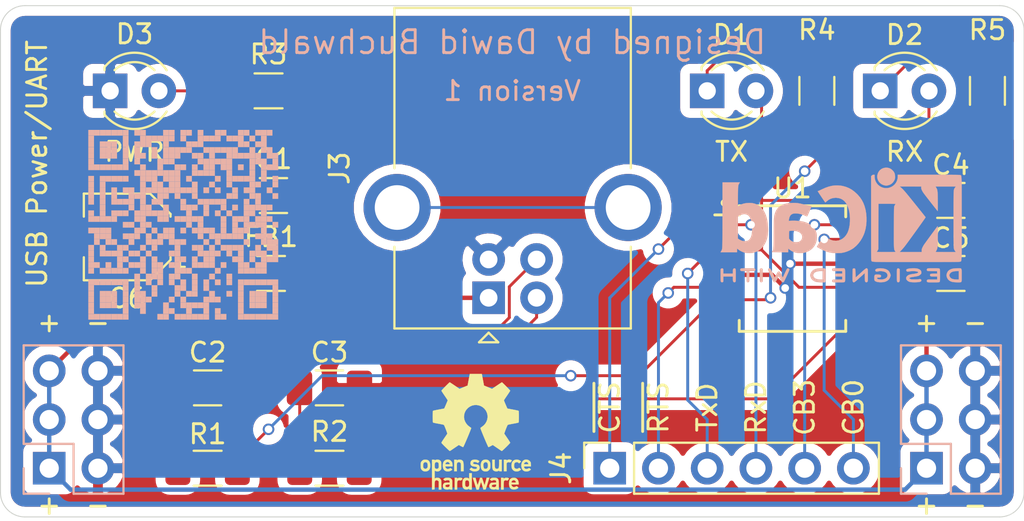
<source format=kicad_pcb>
(kicad_pcb (version 20171130) (host pcbnew "(5.1.10-0-10_14)")
  (layers (0 F.Cu signal) (31 B.Cu signal) (34 B.Paste user) (35 F.Paste user) (36 B.SilkS user) (37 F.SilkS user) (38 B.Mask user) (39 F.Mask user) (44 Edge.Cuts user))
  (net 0 "")
  (net 1 GND)
  (net 2 "Net-(C2-Pad1)")
  (net 3 "Net-(C3-Pad1)")
  (net 4 "Net-(C4-Pad1)")
  (net 5 VCC)
  (net 6 "Net-(D1-Pad1)")
  (net 7 "Net-(D2-Pad1)")
  (net 8 "Net-(J3-Pad5)")
  (net 9 CBUS0)
  (net 10 CBUS3)
  (net 11 TxD)
  (net 12 RxD)
  (net 13 ~CTS)
  (net 14 ~RTS)
  (net 15 USBD+)
  (net 16 USBD-)
  (net 17 ~TXLED)
  (net 18 ~RXLED)
  (net 19 "Net-(D3-Pad2)")
  (net 20 /vbus)
  (module Symbol:KiCad-Logo2_5mm_SilkScreen (layer B.Cu) (at 234.315 73.66 180)
    (fp_text reference REF** hide)
    (fp_text value KiCad-Logo2_5mm_SilkScreen hide)
  )
  (module kicad_simple:kicad-simple (layer B.Cu) (at 200.025 73.66)
    (fp_text reference QR***** hide)
    (fp_text value https://tinyurl.com/ghdbks hide)
  )
  (module Symbol:OSHW-Logo_5.7x6mm_SilkScreen (layer F.Cu) (at 215.265 84.455)
    (fp_text reference REF** hide)
    (fp_text value OSHW-Logo_5.7x6mm_SilkScreen hide)
  )
  (module Resistor_SMD:R_1206_3216Metric_Pad1.30x1.75mm_HandSolder (layer F.Cu) (at 204.47 66.675 180)
    (fp_text reference R3 (at 0 1.905) (layer F.SilkS))
    (fp_text value 470)
    (pad 2 smd roundrect (at 1.55 0 180) (size 1.3 1.75) (layers F.Cu F.Paste F.Mask) (roundrect_rratio 0.1923069230769231) (net 19 "Net-(D3-Pad2)"))
    (pad 1 smd roundrect (at -1.55 0 180) (size 1.3 1.75) (layers F.Cu F.Paste F.Mask) (roundrect_rratio 0.1923069230769231) (net 5 VCC))
  )
  (module LED_THT:LED_D3.0mm (layer F.Cu) (at 196.215 66.675)
    (fp_text reference D3 (at 1.27 -2.96) (layer F.SilkS))
    (fp_text value PWR)
    (pad 2 thru_hole circle (at 2.54 0) (size 1.8 1.8) (drill 0.9) (layers *.Cu *.Mask) (net 19 "Net-(D3-Pad2)"))
    (pad 1 thru_hole rect (at 0 0) (size 1.8 1.8) (drill 0.9) (layers *.Cu *.Mask) (net 1 GND))
  )
  (module Package_SO:SSOP-16_5.3x6.2mm_P0.65mm (layer F.Cu) (at 231.775 75.946)
    (fp_text reference U1 (at 0 -4.191) (layer F.SilkS))
    (fp_text value FT230XS)
    (pad 16 smd rect (at 3.45 -2.275) (size 1.2 0.4) (layers F.Cu F.Paste F.Mask) (net 10 CBUS3))
    (pad 15 smd rect (at 3.45 -1.625) (size 1.2 0.4) (layers F.Cu F.Paste F.Mask) (net 9 CBUS0))
    (pad 14 smd rect (at 3.45 -0.975) (size 1.2 0.4) (layers F.Cu F.Paste F.Mask) (net 18 ~RXLED))
    (pad 13 smd rect (at 3.45 -0.325) (size 1.2 0.4) (layers F.Cu F.Paste F.Mask) (net 1 GND))
    (pad 12 smd rect (at 3.45 0.325) (size 1.2 0.4) (layers F.Cu F.Paste F.Mask) (net 5 VCC))
    (pad 11 smd rect (at 3.45 0.975) (size 1.2 0.4) (layers F.Cu F.Paste F.Mask) (net 4 "Net-(C4-Pad1)"))
    (pad 10 smd rect (at 3.45 1.625) (size 1.2 0.4) (layers F.Cu F.Paste F.Mask) (net 4 "Net-(C4-Pad1)"))
    (pad 9 smd rect (at 3.45 2.275) (size 1.2 0.4) (layers F.Cu F.Paste F.Mask) (net 16 USBD-))
    (pad 8 smd rect (at -3.45 2.275) (size 1.2 0.4) (layers F.Cu F.Paste F.Mask) (net 15 USBD+))
    (pad 7 smd rect (at -3.45 1.625) (size 1.2 0.4) (layers F.Cu F.Paste F.Mask) (net 17 ~TXLED))
    (pad 6 smd rect (at -3.45 0.975) (size 1.2 0.4) (layers F.Cu F.Paste F.Mask) (net 13 ~CTS))
    (pad 5 smd rect (at -3.45 0.325) (size 1.2 0.4) (layers F.Cu F.Paste F.Mask) (net 1 GND))
    (pad 4 smd rect (at -3.45 -0.325) (size 1.2 0.4) (layers F.Cu F.Paste F.Mask) (net 12 RxD))
    (pad 3 smd rect (at -3.45 -0.975) (size 1.2 0.4) (layers F.Cu F.Paste F.Mask) (net 4 "Net-(C4-Pad1)"))
    (pad 2 smd rect (at -3.45 -1.625) (size 1.2 0.4) (layers F.Cu F.Paste F.Mask) (net 14 ~RTS))
    (pad 1 smd rect (at -3.45 -2.275) (size 1.2 0.4) (layers F.Cu F.Paste F.Mask) (net 11 TxD))
  )
  (module Resistor_SMD:R_1206_3216Metric_Pad1.30x1.75mm_HandSolder (layer F.Cu) (at 241.935 66.675 270)
    (fp_text reference R5 (at -3.175 0) (layer F.SilkS))
    (fp_text value 470)
    (pad 2 smd roundrect (at 1.55 0 270) (size 1.3 1.75) (layers F.Cu F.Paste F.Mask) (roundrect_rratio 0.1923069230769231) (net 18 ~RXLED))
    (pad 1 smd roundrect (at -1.55 0 270) (size 1.3 1.75) (layers F.Cu F.Paste F.Mask) (roundrect_rratio 0.1923069230769231) (net 7 "Net-(D2-Pad1)"))
  )
  (module Resistor_SMD:R_1206_3216Metric_Pad1.30x1.75mm_HandSolder (layer F.Cu) (at 233.045 66.675 270)
    (fp_text reference R4 (at -3.175 0) (layer F.SilkS))
    (fp_text value 470)
    (pad 2 smd roundrect (at 1.55 0 270) (size 1.3 1.75) (layers F.Cu F.Paste F.Mask) (roundrect_rratio 0.1923069230769231) (net 17 ~TXLED))
    (pad 1 smd roundrect (at -1.55 0 270) (size 1.3 1.75) (layers F.Cu F.Paste F.Mask) (roundrect_rratio 0.1923069230769231) (net 6 "Net-(D1-Pad1)"))
  )
  (module Resistor_SMD:R_1206_3216Metric_Pad1.30x1.75mm_HandSolder (layer F.Cu) (at 207.645 86.36 180)
    (fp_text reference R2 (at 0 1.905) (layer F.SilkS))
    (fp_text value 27)
    (pad 2 smd roundrect (at 1.55 0 180) (size 1.3 1.75) (layers F.Cu F.Paste F.Mask) (roundrect_rratio 0.1923069230769231) (net 3 "Net-(C3-Pad1)"))
    (pad 1 smd roundrect (at -1.55 0 180) (size 1.3 1.75) (layers F.Cu F.Paste F.Mask) (roundrect_rratio 0.1923069230769231) (net 16 USBD-))
  )
  (module Resistor_SMD:R_1206_3216Metric_Pad1.30x1.75mm_HandSolder (layer F.Cu) (at 201.295 86.36 180)
    (fp_text reference R1 (at 0 1.778) (layer F.SilkS))
    (fp_text value 27)
    (pad 2 smd roundrect (at 1.55 0 180) (size 1.3 1.75) (layers F.Cu F.Paste F.Mask) (roundrect_rratio 0.1923069230769231) (net 2 "Net-(C2-Pad1)"))
    (pad 1 smd roundrect (at -1.55 0 180) (size 1.3 1.75) (layers F.Cu F.Paste F.Mask) (roundrect_rratio 0.1923069230769231) (net 15 USBD+))
  )
  (module Connector_PinSocket_2.54mm:PinSocket_1x06_P2.54mm_Vertical (layer F.Cu) (at 222.25 86.36 90)
    (fp_text reference J4 (at 0 -2.54 270) (layer F.SilkS))
    (fp_text value UART)
    (pad 6 thru_hole oval (at 0 12.7 90) (size 1.7 1.7) (drill 1) (layers *.Cu *.Mask) (net 9 CBUS0))
    (pad 5 thru_hole oval (at 0 10.16 90) (size 1.7 1.7) (drill 1) (layers *.Cu *.Mask) (net 10 CBUS3))
    (pad 4 thru_hole oval (at 0 7.62 90) (size 1.7 1.7) (drill 1) (layers *.Cu *.Mask) (net 11 TxD))
    (pad 3 thru_hole oval (at 0 5.08 90) (size 1.7 1.7) (drill 1) (layers *.Cu *.Mask) (net 12 RxD))
    (pad 2 thru_hole oval (at 0 2.54 90) (size 1.7 1.7) (drill 1) (layers *.Cu *.Mask) (net 13 ~CTS))
    (pad 1 thru_hole rect (at 0 0 90) (size 1.7 1.7) (drill 1) (layers *.Cu *.Mask) (net 14 ~RTS))
  )
  (module Connector_USB:USB_B_OST_USB-B1HSxx_Horizontal (layer F.Cu) (at 215.94 77.47 90)
    (fp_text reference J3 (at 6.76 -7.77 90) (layer F.SilkS))
    (fp_text value USB_B)
    (pad 5 thru_hole circle (at 4.71 7.27 90) (size 3.5 3.5) (drill 2.33) (layers *.Cu *.Mask) (net 8 "Net-(J3-Pad5)"))
    (pad 5 thru_hole circle (at 4.71 -4.77 90) (size 3.5 3.5) (drill 2.33) (layers *.Cu *.Mask) (net 8 "Net-(J3-Pad5)"))
    (pad 4 thru_hole circle (at 2 0 90) (size 1.7 1.7) (drill 0.92) (layers *.Cu *.Mask) (net 1 GND))
    (pad 3 thru_hole circle (at 2 2.5 90) (size 1.7 1.7) (drill 0.92) (layers *.Cu *.Mask) (net 2 "Net-(C2-Pad1)"))
    (pad 2 thru_hole circle (at 0 2.5 90) (size 1.7 1.7) (drill 0.92) (layers *.Cu *.Mask) (net 3 "Net-(C3-Pad1)"))
    (pad 1 thru_hole rect (at 0 0 90) (size 1.7 1.7) (drill 0.92) (layers *.Cu *.Mask) (net 20 /vbus))
  )
  (module Connector_PinHeader_2.54mm:PinHeader_2x03_P2.54mm_Vertical (layer B.Cu) (at 238.76 86.36)
    (fp_text reference J2 hide)
    (fp_text value Mount2)
    (pad 6 thru_hole oval (at 2.54 -5.08) (size 1.7 1.7) (drill 1) (layers *.Cu *.Mask) (net 1 GND))
    (pad 5 thru_hole oval (at 0 -5.08) (size 1.7 1.7) (drill 1) (layers *.Cu *.Mask) (net 5 VCC))
    (pad 4 thru_hole oval (at 2.54 -2.54) (size 1.7 1.7) (drill 1) (layers *.Cu *.Mask) (net 1 GND))
    (pad 3 thru_hole oval (at 0 -2.54) (size 1.7 1.7) (drill 1) (layers *.Cu *.Mask) (net 5 VCC))
    (pad 2 thru_hole oval (at 2.54 0) (size 1.7 1.7) (drill 1) (layers *.Cu *.Mask) (net 1 GND))
    (pad 1 thru_hole rect (at 0 0) (size 1.7 1.7) (drill 1) (layers *.Cu *.Mask) (net 5 VCC))
  )
  (module Connector_PinHeader_2.54mm:PinHeader_2x03_P2.54mm_Vertical (layer B.Cu) (at 193.04 86.36)
    (fp_text reference J1 hide)
    (fp_text value Mount2)
    (pad 6 thru_hole oval (at 2.54 -5.08) (size 1.7 1.7) (drill 1) (layers *.Cu *.Mask) (net 1 GND))
    (pad 5 thru_hole oval (at 0 -5.08) (size 1.7 1.7) (drill 1) (layers *.Cu *.Mask) (net 5 VCC))
    (pad 4 thru_hole oval (at 2.54 -2.54) (size 1.7 1.7) (drill 1) (layers *.Cu *.Mask) (net 1 GND))
    (pad 3 thru_hole oval (at 0 -2.54) (size 1.7 1.7) (drill 1) (layers *.Cu *.Mask) (net 5 VCC))
    (pad 2 thru_hole oval (at 2.54 0) (size 1.7 1.7) (drill 1) (layers *.Cu *.Mask) (net 1 GND))
    (pad 1 thru_hole rect (at 0 0) (size 1.7 1.7) (drill 1) (layers *.Cu *.Mask) (net 5 VCC))
  )
  (module Resistor_SMD:R_1206_3216Metric_Pad1.30x1.75mm_HandSolder (layer F.Cu) (at 204.597 76.2)
    (fp_text reference FB1 (at 0 -1.905) (layer F.SilkS))
    (fp_text value FBS)
    (pad 2 smd roundrect (at 1.55 0) (size 1.3 1.75) (layers F.Cu F.Paste F.Mask) (roundrect_rratio 0.1923069230769231) (net 20 /vbus))
    (pad 1 smd roundrect (at -1.55 0) (size 1.3 1.75) (layers F.Cu F.Paste F.Mask) (roundrect_rratio 0.1923069230769231) (net 5 VCC))
  )
  (module LED_THT:LED_D3.0mm (layer F.Cu) (at 236.347 66.675)
    (fp_text reference D2 (at 1.27 -2.921 180) (layer F.SilkS))
    (fp_text value RX)
    (pad 2 thru_hole circle (at 2.54 0) (size 1.8 1.8) (drill 0.9) (layers *.Cu *.Mask) (net 4 "Net-(C4-Pad1)"))
    (pad 1 thru_hole rect (at 0 0) (size 1.8 1.8) (drill 0.9) (layers *.Cu *.Mask) (net 7 "Net-(D2-Pad1)"))
  )
  (module LED_THT:LED_D3.0mm (layer F.Cu) (at 227.33 66.675)
    (fp_text reference D1 (at 1.27 -2.921) (layer F.SilkS))
    (fp_text value TX)
    (pad 2 thru_hole circle (at 2.54 0) (size 1.8 1.8) (drill 0.9) (layers *.Cu *.Mask) (net 4 "Net-(C4-Pad1)"))
    (pad 1 thru_hole rect (at 0 0) (size 1.8 1.8) (drill 0.9) (layers *.Cu *.Mask) (net 6 "Net-(D1-Pad1)"))
  )
  (module Capacitor_SMD:CP_Elec_4x5.8 (layer F.Cu) (at 197.104 74.295 180)
    (fp_text reference C6 (at 0 -3.2) (layer F.SilkS))
    (fp_text value 4,7uF)
    (pad 2 smd roundrect (at 1.8 0 180) (size 2.6 1.6) (layers F.Cu F.Paste F.Mask) (roundrect_rratio 0.15625) (net 1 GND))
    (pad 1 smd roundrect (at -1.8 0 180) (size 2.6 1.6) (layers F.Cu F.Paste F.Mask) (roundrect_rratio 0.15625) (net 5 VCC))
  )
  (module Capacitor_SMD:C_1206_3216Metric_Pad1.33x1.80mm_HandSolder (layer F.Cu) (at 240.03 76.2)
    (fp_text reference C5 (at 0 -1.85) (layer F.SilkS))
    (fp_text value 100nF)
    (pad 2 smd roundrect (at 1.5625 0) (size 1.325 1.8) (layers F.Cu F.Paste F.Mask) (roundrect_rratio 0.1886777358490566) (net 1 GND))
    (pad 1 smd roundrect (at -1.5625 0) (size 1.325 1.8) (layers F.Cu F.Paste F.Mask) (roundrect_rratio 0.1886777358490566) (net 5 VCC))
  )
  (module Capacitor_SMD:C_1206_3216Metric_Pad1.33x1.80mm_HandSolder (layer F.Cu) (at 240.03 72.39)
    (fp_text reference C4 (at 0 -1.85) (layer F.SilkS))
    (fp_text value 100nF)
    (pad 2 smd roundrect (at 1.5625 0) (size 1.325 1.8) (layers F.Cu F.Paste F.Mask) (roundrect_rratio 0.1886777358490566) (net 1 GND))
    (pad 1 smd roundrect (at -1.5625 0) (size 1.325 1.8) (layers F.Cu F.Paste F.Mask) (roundrect_rratio 0.1886777358490566) (net 4 "Net-(C4-Pad1)"))
  )
  (module Capacitor_SMD:C_1206_3216Metric_Pad1.33x1.80mm_HandSolder (layer F.Cu) (at 207.645 82.169)
    (fp_text reference C3 (at 0 -1.85) (layer F.SilkS))
    (fp_text value 47pF)
    (pad 2 smd roundrect (at 1.5625 0) (size 1.325 1.8) (layers F.Cu F.Paste F.Mask) (roundrect_rratio 0.1886777358490566) (net 1 GND))
    (pad 1 smd roundrect (at -1.5625 0) (size 1.325 1.8) (layers F.Cu F.Paste F.Mask) (roundrect_rratio 0.1886777358490566) (net 3 "Net-(C3-Pad1)"))
  )
  (module Capacitor_SMD:C_1206_3216Metric_Pad1.33x1.80mm_HandSolder (layer F.Cu) (at 201.295 82.169)
    (fp_text reference C2 (at 0 -1.85) (layer F.SilkS))
    (fp_text value 47pF)
    (pad 2 smd roundrect (at 1.5625 0) (size 1.325 1.8) (layers F.Cu F.Paste F.Mask) (roundrect_rratio 0.1886777358490566) (net 1 GND))
    (pad 1 smd roundrect (at -1.5625 0) (size 1.325 1.8) (layers F.Cu F.Paste F.Mask) (roundrect_rratio 0.1886777358490566) (net 2 "Net-(C2-Pad1)"))
  )
  (module Capacitor_SMD:C_1206_3216Metric_Pad1.33x1.80mm_HandSolder (layer F.Cu) (at 204.724 72.136 180)
    (fp_text reference C1 (at 0 1.905) (layer F.SilkS))
    (fp_text value 10nF)
    (pad 2 smd roundrect (at 1.5625 0 180) (size 1.325 1.8) (layers F.Cu F.Paste F.Mask) (roundrect_rratio 0.1886777358490566) (net 1 GND))
    (pad 1 smd roundrect (at -1.5625 0 180) (size 1.325 1.8) (layers F.Cu F.Paste F.Mask) (roundrect_rratio 0.1886777358490566) (net 20 /vbus))
  )
  (gr_text "Version 1" (at 217.17 66.675) (layer B.SilkS) (effects (font (size 1 1)) (justify mirror)))
  (gr_text "Designed by Dawid Buchwald" (at 217.17 64.135) (layer B.SilkS) (effects (font (size 1.2 1.2)) (justify mirror)))
  (gr_text "USB Power/UART" (at 192.405 70.485 90) (layer F.SilkS) (effects (font (size 1 1))))
  (gr_text PWR (at 197.485 69.85) (layer F.SilkS) (effects (font (size 1 1))))
  (gr_text - (at 195.58 88.265) (layer F.SilkS) (effects (font (size 1 1))))
  (gr_text + (at 193.04 88.265) (layer F.SilkS) (effects (font (size 1 1))))
  (gr_text - (at 241.3 88.265) (layer F.SilkS) (effects (font (size 1 1))))
  (gr_text + (at 238.76 88.265) (layer F.SilkS) (effects (font (size 1 1))))
  (gr_text - (at 241.3 78.74) (layer F.SilkS) (effects (font (size 1 1))))
  (gr_text + (at 238.76 78.74) (layer F.SilkS) (effects (font (size 1 1))))
  (gr_text - (at 195.58 78.74) (layer F.SilkS) (effects (font (size 1 1))))
  (gr_text + (at 193.04 78.74) (layer F.SilkS) (effects (font (size 1 1))))
  (gr_circle (center 228.219 72.517) (end 228.346 72.517) (layer F.SilkS) (width 0.12))
  (gr_arc (start 191.77 87.63) (end 190.5 87.63) (angle -90) (layer Edge.Cuts) (width 0.05))
  (gr_arc (start 242.57 87.63) (end 242.57 88.9) (angle -90) (layer Edge.Cuts) (width 0.05))
  (gr_arc (start 242.57 63.5) (end 243.84 63.5) (angle -90) (layer Edge.Cuts) (width 0.05))
  (gr_arc (start 191.77 63.5) (end 191.77 62.23) (angle -90) (layer Edge.Cuts) (width 0.05))
  (gr_line (start 242.57 88.9) (end 191.77 88.9) (layer Edge.Cuts) (width 0.05))
  (gr_line (start 243.84 63.5) (end 243.84 87.63) (layer Edge.Cuts) (width 0.05))
  (gr_line (start 191.77 62.23) (end 242.57 62.23) (layer Edge.Cuts) (width 0.05))
  (gr_line (start 190.5 87.63) (end 190.5 63.5) (layer Edge.Cuts) (width 0.05))
  (gr_text CB3 (at 232.41 83.185 90) (layer F.SilkS) (effects (font (size 1 1))))
  (gr_text CB0 (at 234.95 83.185 90) (layer F.SilkS) (effects (font (size 1 1))))
  (gr_text TxD (at 227.33 83.185 90) (layer F.SilkS) (effects (font (size 1 1))))
  (gr_text RxD (at 229.87 83.185 90) (layer F.SilkS) (effects (font (size 1 1))))
  (gr_text ~CTS (at 222.25 83.185 90) (layer F.SilkS) (effects (font (size 1 1))))
  (gr_text ~RTS (at 224.79 83.185 90) (layer F.SilkS) (effects (font (size 1 1))))
  (gr_text RX (at 237.617 69.85) (layer F.SilkS) (effects (font (size 1 1))))
  (gr_text TX (at 228.6 69.85) (layer F.SilkS) (effects (font (size 1 1))))
  (via (at 231.394 76.962) (size 0.6) (drill 0.4) (layers F.Cu B.Cu) (net 1))
  (segment (start 230.703 76.271) (end 231.394 76.962) (width 0.2286) (layer F.Cu) (net 1))
  (segment (start 228.325 76.271) (end 230.703 76.271) (width 0.2286) (layer F.Cu) (net 1))
  (segment (start 231.394 76.962) (end 231.394 75.946) (width 0.2286) (layer B.Cu) (net 1))
  (via (at 231.648 75.692) (size 0.6) (drill 0.4) (layers F.Cu B.Cu) (net 1))
  (segment (start 231.394 75.946) (end 231.648 75.692) (width 0.2286) (layer B.Cu) (net 1))
  (segment (start 235.154 75.692) (end 235.225 75.621) (width 0.2286) (layer F.Cu) (net 1))
  (segment (start 231.648 75.692) (end 235.154 75.692) (width 0.2286) (layer F.Cu) (net 1))
  (segment (start 217.018601 78.502881) (end 216.146482 79.375) (width 0.1524) (layer F.Cu) (net 2))
  (segment (start 217.018601 76.891399) (end 217.018601 78.502881) (width 0.1524) (layer F.Cu) (net 2))
  (segment (start 218.44 75.47) (end 217.018601 76.891399) (width 0.1524) (layer F.Cu) (net 2))
  (segment (start 216.146482 79.375) (end 201.295 79.375) (width 0.1524) (layer F.Cu) (net 2))
  (segment (start 199.7325 80.9375) (end 199.7325 82.169) (width 0.1524) (layer F.Cu) (net 2))
  (segment (start 201.295 79.375) (end 199.7325 80.9375) (width 0.1524) (layer F.Cu) (net 2))
  (segment (start 199.7325 86.3475) (end 199.745 86.36) (width 0.1524) (layer F.Cu) (net 2))
  (segment (start 199.7325 82.169) (end 199.7325 86.3475) (width 0.1524) (layer F.Cu) (net 2))
  (segment (start 206.095 82.1815) (end 206.0825 82.169) (width 0.1524) (layer F.Cu) (net 3))
  (segment (start 206.095 86.36) (end 206.095 82.1815) (width 0.1524) (layer F.Cu) (net 3))
  (segment (start 206.0825 81.269) (end 207.3415 80.01) (width 0.1524) (layer F.Cu) (net 3))
  (segment (start 206.0825 82.169) (end 206.0825 81.269) (width 0.1524) (layer F.Cu) (net 3))
  (segment (start 207.3415 80.01) (end 216.916 80.01) (width 0.1524) (layer F.Cu) (net 3))
  (segment (start 218.44 78.486) (end 218.44 77.47) (width 0.1524) (layer F.Cu) (net 3))
  (segment (start 216.916 80.01) (end 218.44 78.486) (width 0.1524) (layer F.Cu) (net 3))
  (segment (start 228.325 74.971) (end 230.165 74.971) (width 0.1524) (layer F.Cu) (net 4))
  (segment (start 232.115 76.921) (end 235.225 76.921) (width 0.1524) (layer F.Cu) (net 4))
  (segment (start 230.165 74.971) (end 232.115 76.921) (width 0.1524) (layer F.Cu) (net 4))
  (segment (start 235.225 76.921) (end 235.225 77.571) (width 0.1524) (layer F.Cu) (net 4))
  (segment (start 230.165 66.97) (end 229.87 66.675) (width 0.1524) (layer F.Cu) (net 4))
  (segment (start 238.4675 72.39) (end 230.206 72.39) (width 0.1524) (layer F.Cu) (net 4))
  (segment (start 230.165 72.349) (end 230.165 66.97) (width 0.1524) (layer F.Cu) (net 4))
  (segment (start 230.206 72.39) (end 230.165 72.349) (width 0.1524) (layer F.Cu) (net 4))
  (segment (start 230.165 74.971) (end 230.165 72.349) (width 0.1524) (layer F.Cu) (net 4))
  (segment (start 238.887 71.9705) (end 238.4675 72.39) (width 0.1524) (layer F.Cu) (net 4))
  (segment (start 238.887 66.675) (end 238.887 71.9705) (width 0.1524) (layer F.Cu) (net 4))
  (segment (start 200.809 76.2) (end 198.904 74.295) (width 0.2286) (layer F.Cu) (net 5))
  (segment (start 203.047 76.2) (end 200.809 76.2) (width 0.2286) (layer F.Cu) (net 5))
  (segment (start 198.904 75.416) (end 193.04 81.28) (width 0.2286) (layer F.Cu) (net 5))
  (segment (start 198.904 74.295) (end 198.904 75.416) (width 0.2286) (layer F.Cu) (net 5))
  (segment (start 193.04 81.28) (end 193.04 86.36) (width 0.2286) (layer B.Cu) (net 5))
  (segment (start 237.643299 87.476701) (end 238.76 86.36) (width 0.2286) (layer B.Cu) (net 5))
  (segment (start 194.156701 87.476701) (end 237.643299 87.476701) (width 0.2286) (layer B.Cu) (net 5))
  (segment (start 193.04 86.36) (end 194.156701 87.476701) (width 0.2286) (layer B.Cu) (net 5))
  (segment (start 238.76 86.36) (end 238.76 81.28) (width 0.2286) (layer B.Cu) (net 5))
  (segment (start 238.76 76.4925) (end 238.4675 76.2) (width 0.2286) (layer F.Cu) (net 5))
  (segment (start 238.76 81.28) (end 238.76 76.4925) (width 0.2286) (layer F.Cu) (net 5))
  (segment (start 235.296 76.2) (end 235.225 76.271) (width 0.2286) (layer F.Cu) (net 5))
  (segment (start 238.4675 76.2) (end 235.296 76.2) (width 0.2286) (layer F.Cu) (net 5))
  (segment (start 203.047 76.2) (end 204.47 74.777) (width 0.2286) (layer F.Cu) (net 5))
  (segment (start 204.47 68.225) (end 206.02 66.675) (width 0.2286) (layer F.Cu) (net 5))
  (segment (start 204.47 74.777) (end 204.47 68.225) (width 0.2286) (layer F.Cu) (net 5))
  (segment (start 227.8276 65.125) (end 233.045 65.125) (width 0.1524) (layer F.Cu) (net 6))
  (segment (start 227.33 65.6226) (end 227.8276 65.125) (width 0.1524) (layer F.Cu) (net 6))
  (segment (start 227.33 66.675) (end 227.33 65.6226) (width 0.1524) (layer F.Cu) (net 6))
  (segment (start 237.897 65.125) (end 241.935 65.125) (width 0.1524) (layer F.Cu) (net 7))
  (segment (start 236.347 66.675) (end 237.897 65.125) (width 0.1524) (layer F.Cu) (net 7))
  (segment (start 211.17 72.76) (end 223.21 72.76) (width 0.1524) (layer B.Cu) (net 8))
  (segment (start 234.95 86.36) (end 234.95 83.82) (width 0.1524) (layer B.Cu) (net 9))
  (segment (start 234.95 83.82) (end 233.426 82.296) (width 0.1524) (layer B.Cu) (net 9))
  (via (at 233.426 74.422) (size 0.6) (drill 0.4) (layers F.Cu B.Cu) (net 9))
  (segment (start 233.426 82.296) (end 233.426 74.422) (width 0.1524) (layer B.Cu) (net 9))
  (segment (start 235.124 74.422) (end 235.225 74.321) (width 0.1524) (layer F.Cu) (net 9))
  (segment (start 233.426 74.422) (end 235.124 74.422) (width 0.1524) (layer F.Cu) (net 9))
  (via (at 232.918 73.66) (size 0.6) (drill 0.4) (layers F.Cu B.Cu) (net 10))
  (segment (start 232.41 74.168) (end 232.918 73.66) (width 0.1524) (layer B.Cu) (net 10))
  (segment (start 232.41 86.36) (end 232.41 74.168) (width 0.1524) (layer B.Cu) (net 10))
  (segment (start 235.214 73.66) (end 235.225 73.671) (width 0.1524) (layer F.Cu) (net 10))
  (segment (start 232.918 73.66) (end 235.214 73.66) (width 0.1524) (layer F.Cu) (net 10))
  (via (at 229.616 73.66) (size 0.6) (drill 0.4) (layers F.Cu B.Cu) (net 11))
  (segment (start 229.87 73.914) (end 229.616 73.66) (width 0.1524) (layer B.Cu) (net 11))
  (segment (start 229.87 86.36) (end 229.87 73.914) (width 0.1524) (layer B.Cu) (net 11))
  (segment (start 228.336 73.66) (end 228.325 73.671) (width 0.1524) (layer F.Cu) (net 11))
  (segment (start 229.616 73.66) (end 228.336 73.66) (width 0.1524) (layer F.Cu) (net 11))
  (segment (start 227.33 86.36) (end 227.33 83.82) (width 0.1524) (layer B.Cu) (net 12))
  (segment (start 227.33 83.82) (end 226.314 82.804) (width 0.1524) (layer B.Cu) (net 12))
  (via (at 226.314 76.2) (size 0.6) (drill 0.4) (layers F.Cu B.Cu) (net 12))
  (segment (start 226.314 82.804) (end 226.314 76.2) (width 0.1524) (layer B.Cu) (net 12))
  (segment (start 226.893 75.621) (end 228.325 75.621) (width 0.1524) (layer F.Cu) (net 12))
  (segment (start 226.314 76.2) (end 226.893 75.621) (width 0.1524) (layer F.Cu) (net 12))
  (via (at 225.298 77.216) (size 0.6) (drill 0.4) (layers F.Cu B.Cu) (net 13))
  (segment (start 224.79 77.724) (end 225.298 77.216) (width 0.1524) (layer B.Cu) (net 13))
  (segment (start 224.79 86.36) (end 224.79 77.724) (width 0.1524) (layer B.Cu) (net 13))
  (segment (start 225.593 76.921) (end 228.325 76.921) (width 0.1524) (layer F.Cu) (net 13))
  (segment (start 225.298 77.216) (end 225.593 76.921) (width 0.1524) (layer F.Cu) (net 13))
  (via (at 224.79 74.93) (size 0.6) (drill 0.4) (layers F.Cu B.Cu) (net 14))
  (segment (start 222.25 77.47) (end 224.79 74.93) (width 0.1524) (layer B.Cu) (net 14))
  (segment (start 222.25 86.36) (end 222.25 77.47) (width 0.1524) (layer B.Cu) (net 14))
  (segment (start 225.399 74.321) (end 228.325 74.321) (width 0.1524) (layer F.Cu) (net 14))
  (segment (start 224.79 74.93) (end 225.399 74.321) (width 0.1524) (layer F.Cu) (net 14))
  (segment (start 202.845 86.36) (end 202.845 85.953) (width 0.1524) (layer F.Cu) (net 15))
  (via (at 204.47 84.328) (size 0.6) (drill 0.4) (layers F.Cu B.Cu) (net 15))
  (segment (start 202.845 85.953) (end 204.47 84.328) (width 0.1524) (layer F.Cu) (net 15))
  (via (at 220.218 81.534) (size 0.6) (drill 0.4) (layers F.Cu B.Cu) (net 15))
  (segment (start 207.264 81.534) (end 220.218 81.534) (width 0.1524) (layer B.Cu) (net 15))
  (segment (start 204.47 84.328) (end 207.264 81.534) (width 0.1524) (layer B.Cu) (net 15))
  (segment (start 220.218 81.534) (end 223.774 81.534) (width 0.1524) (layer F.Cu) (net 15))
  (segment (start 227.087 78.221) (end 228.325 78.221) (width 0.1524) (layer F.Cu) (net 15))
  (segment (start 223.774 81.534) (end 227.087 78.221) (width 0.1524) (layer F.Cu) (net 15))
  (segment (start 230.704601 82.741399) (end 235.225 78.221) (width 0.1524) (layer F.Cu) (net 16))
  (segment (start 212.813601 82.741399) (end 230.704601 82.741399) (width 0.1524) (layer F.Cu) (net 16))
  (segment (start 209.195 86.36) (end 212.813601 82.741399) (width 0.1524) (layer F.Cu) (net 16))
  (via (at 230.632 77.47) (size 0.6) (drill 0.4) (layers F.Cu B.Cu) (net 17))
  (segment (start 230.531 77.571) (end 230.632 77.47) (width 0.1524) (layer F.Cu) (net 17))
  (segment (start 228.325 77.571) (end 230.531 77.571) (width 0.1524) (layer F.Cu) (net 17))
  (segment (start 230.632 77.47) (end 230.632 72.644) (width 0.1524) (layer B.Cu) (net 17))
  (via (at 232.41 70.866) (size 0.6) (drill 0.4) (layers F.Cu B.Cu) (net 17))
  (segment (start 230.632 72.644) (end 232.41 70.866) (width 0.1524) (layer B.Cu) (net 17))
  (segment (start 233.045 70.231) (end 233.045 68.225) (width 0.1524) (layer F.Cu) (net 17))
  (segment (start 232.41 70.866) (end 233.045 70.231) (width 0.1524) (layer F.Cu) (net 17))
  (segment (start 240.70139 69.45861) (end 241.935 68.225) (width 0.1524) (layer F.Cu) (net 18))
  (segment (start 240.70139 71.895468) (end 240.70139 69.45861) (width 0.1524) (layer F.Cu) (net 18))
  (segment (start 237.625858 74.971) (end 240.70139 71.895468) (width 0.1524) (layer F.Cu) (net 18))
  (segment (start 235.225 74.971) (end 237.625858 74.971) (width 0.1524) (layer F.Cu) (net 18))
  (segment (start 198.755 66.675) (end 202.92 66.675) (width 0.1524) (layer F.Cu) (net 19))
  (segment (start 207.417 77.47) (end 206.147 76.2) (width 0.2286) (layer F.Cu) (net 20))
  (segment (start 215.94 77.47) (end 207.417 77.47) (width 0.2286) (layer F.Cu) (net 20))
  (segment (start 206.147 72.2755) (end 206.2865 72.136) (width 0.2286) (layer F.Cu) (net 20))
  (segment (start 206.147 76.2) (end 206.147 72.2755) (width 0.2286) (layer F.Cu) (net 20))
  (zone (net 1) (net_name GND) (layer F.Cu) (connect_pads (clearance 0.508)) (min_thickness 0.254) (fill yes (arc_segments 32) (thermal_gap 0.508) (thermal_bridge_width 0.508))
    (polygon (pts (xy 243.84 88.9) (xy 190.5 88.9) (xy 190.5 62.23) (xy 243.84 62.23)))
  )
  (zone (net 1) (net_name GND) (layer B.Cu) (connect_pads (clearance 0.508)) (min_thickness 0.254) (fill yes (arc_segments 32) (thermal_gap 0.508) (thermal_bridge_width 0.508))
    (polygon (pts (xy 243.84 88.9) (xy 190.5 88.9) (xy 190.5 62.23) (xy 243.84 62.23)))
  )
)
</source>
